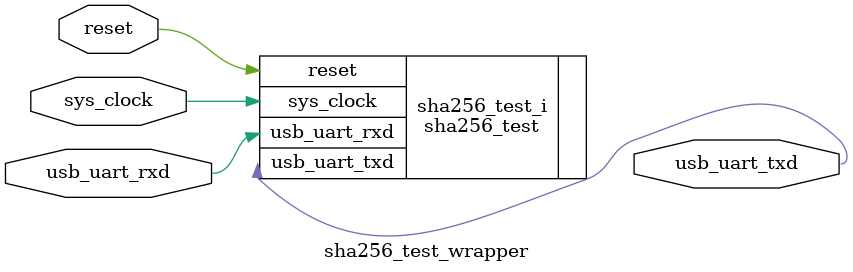
<source format=v>
`timescale 1 ps / 1 ps

module sha256_test_wrapper
   (reset,
    sys_clock,
    usb_uart_rxd,
    usb_uart_txd);
  input reset;
  input sys_clock;
  input usb_uart_rxd;
  output usb_uart_txd;

  wire reset;
  wire sys_clock;
  wire usb_uart_rxd;
  wire usb_uart_txd;

  sha256_test sha256_test_i
       (.reset(reset),
        .sys_clock(sys_clock),
        .usb_uart_rxd(usb_uart_rxd),
        .usb_uart_txd(usb_uart_txd));
endmodule

</source>
